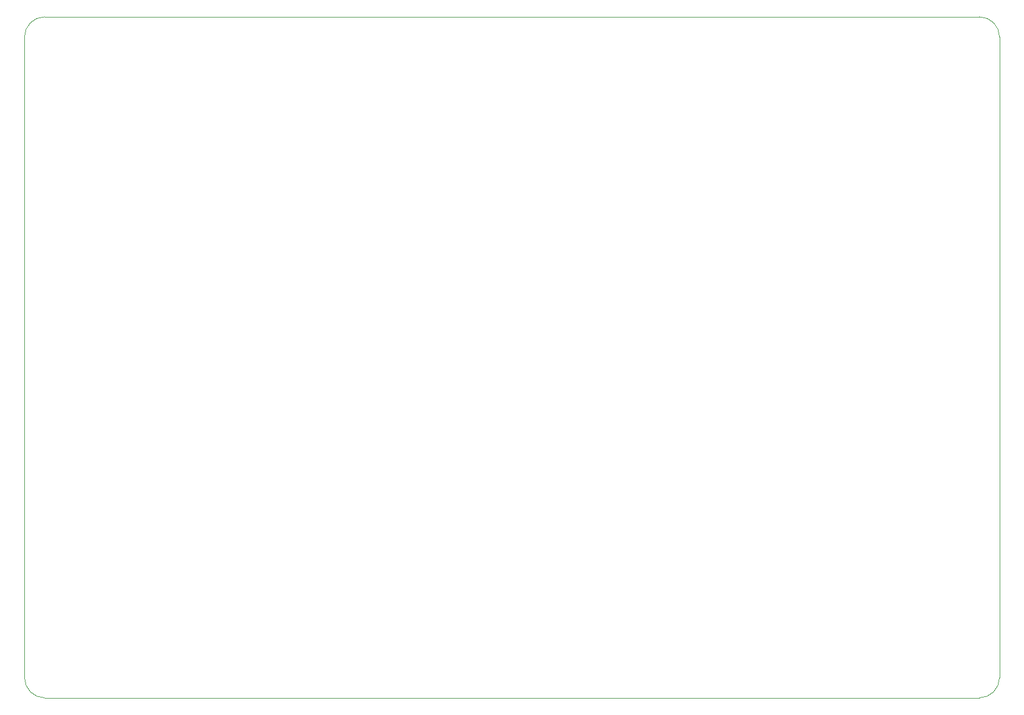
<source format=gbr>
G04 #@! TF.GenerationSoftware,KiCad,Pcbnew,7.0.9*
G04 #@! TF.CreationDate,2025-03-13T10:23:02+08:00*
G04 #@! TF.ProjectId,HPM5E00EVKRevC,48504d35-4530-4304-9556-4b526576432e,rev?*
G04 #@! TF.SameCoordinates,Original*
G04 #@! TF.FileFunction,Profile,NP*
%FSLAX46Y46*%
G04 Gerber Fmt 4.6, Leading zero omitted, Abs format (unit mm)*
G04 Created by KiCad (PCBNEW 7.0.9) date 2025-03-13 10:23:02*
%MOMM*%
%LPD*%
G01*
G04 APERTURE LIST*
G04 #@! TA.AperFunction,Profile*
%ADD10C,0.050000*%
G04 #@! TD*
G04 APERTURE END LIST*
D10*
X220338300Y-53701569D02*
X220338300Y-149701631D01*
X217338306Y-152701625D02*
X77358332Y-152701625D01*
X74358338Y-149701631D02*
X74358338Y-53701569D01*
X217010000Y-50701575D02*
X77358332Y-50701575D01*
X220338325Y-53701569D02*
G75*
G03*
X217338306Y-50701575I-2999925J69D01*
G01*
X217338306Y-50701575D02*
X217010000Y-50701575D01*
X217338306Y-152701600D02*
G75*
G03*
X220338300Y-149701631I-6J3000000D01*
G01*
X74358375Y-149701631D02*
G75*
G03*
X77358332Y-152701625I3000225J231D01*
G01*
X77358332Y-50701575D02*
G75*
G03*
X74358335Y-53701569I-22J-2999975D01*
G01*
M02*

</source>
